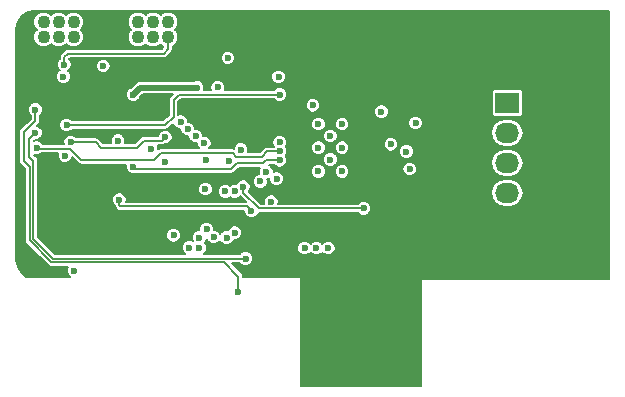
<source format=gbr>
G04 #@! TF.FileFunction,Copper,L3,Inr,Signal*
%FSLAX46Y46*%
G04 Gerber Fmt 4.6, Leading zero omitted, Abs format (unit mm)*
G04 Created by KiCad (PCBNEW 4.0.6-e0-6349~53~ubuntu14.04.1) date Fri Apr 14 13:42:04 2017*
%MOMM*%
%LPD*%
G01*
G04 APERTURE LIST*
%ADD10C,0.100000*%
%ADD11C,0.600000*%
%ADD12C,1.100000*%
%ADD13R,2.032000X1.727200*%
%ADD14O,2.032000X1.727200*%
%ADD15C,0.500000*%
%ADD16C,0.150000*%
%ADD17C,0.200000*%
G04 APERTURE END LIST*
D10*
D11*
X152000000Y-83000000D03*
X152000000Y-81000000D03*
X153000000Y-84000000D03*
X151000000Y-84000000D03*
X153000000Y-82000000D03*
X151000000Y-82000000D03*
X153000000Y-80000000D03*
X151000000Y-80000000D03*
X143425000Y-83150000D03*
X144425000Y-82150000D03*
D12*
X138270000Y-72635000D03*
X138270000Y-71365000D03*
X137000000Y-72635000D03*
X137000000Y-71365000D03*
X135730000Y-72635000D03*
X135730000Y-71365000D03*
X130270000Y-72635000D03*
X130270000Y-71365000D03*
X129000000Y-72635000D03*
X129000000Y-71365000D03*
X127730000Y-72635000D03*
X127730000Y-71365000D03*
D13*
X167000000Y-78190000D03*
D14*
X167000000Y-80730000D03*
X167000000Y-83270000D03*
X167000000Y-85810000D03*
D11*
X129525000Y-82700000D03*
X149825000Y-90500000D03*
X143325000Y-74400000D03*
X147450000Y-84625000D03*
X135325000Y-77500000D03*
X140725000Y-76900000D03*
X138025000Y-83200000D03*
X151825000Y-90500000D03*
X150825000Y-90500000D03*
X140925000Y-90450000D03*
X139925000Y-80400000D03*
X140075000Y-90450000D03*
X139325000Y-79800000D03*
X143925000Y-89200000D03*
X143925000Y-85700000D03*
X143225000Y-89600000D03*
X143125000Y-85700000D03*
X158650000Y-85525000D03*
X158650000Y-87050000D03*
X158650000Y-86300000D03*
X134225000Y-90175000D03*
X156350000Y-84275000D03*
X156300000Y-79725000D03*
X142125000Y-89550000D03*
X141450000Y-83075000D03*
X141525000Y-88900000D03*
X141425000Y-85500000D03*
X138725000Y-89400000D03*
X141325000Y-81600000D03*
X156325000Y-78950000D03*
X147000000Y-86575000D03*
X159225000Y-79900000D03*
X157125000Y-81700000D03*
X158450000Y-82325000D03*
X158725000Y-83800000D03*
X144625000Y-85300000D03*
X154825000Y-87125000D03*
X150525000Y-78400000D03*
X147625000Y-76000000D03*
X142475000Y-76875000D03*
X146575000Y-84025000D03*
X129475000Y-74950000D03*
X138025000Y-81100000D03*
X130025000Y-81500000D03*
X136825000Y-82100000D03*
X129400000Y-75975000D03*
X132775000Y-75075000D03*
X147725000Y-83050000D03*
X135325000Y-83600000D03*
X147725000Y-82300000D03*
X127125000Y-82000000D03*
X129675000Y-80075000D03*
X147725000Y-77500000D03*
X147725000Y-81550000D03*
X140600000Y-81000000D03*
X130300000Y-92400000D03*
X140925000Y-89600000D03*
X144225000Y-94225000D03*
X127025000Y-78775000D03*
X145325000Y-87350000D03*
X134125000Y-86400000D03*
X134025000Y-81400000D03*
X144825000Y-91375000D03*
X127025000Y-80725000D03*
X146075000Y-84850000D03*
D15*
X140725000Y-76900000D02*
X135925000Y-76900000D01*
X135925000Y-76900000D02*
X135325000Y-77500000D01*
D16*
X154825000Y-87125000D02*
X145950000Y-87125000D01*
X144625000Y-85800000D02*
X144625000Y-85300000D01*
X145950000Y-87125000D02*
X144625000Y-85800000D01*
X129475000Y-74950000D02*
X129475000Y-74350000D01*
X138270000Y-73655000D02*
X138270000Y-72635000D01*
X137900000Y-74025000D02*
X138270000Y-73655000D01*
X129800000Y-74025000D02*
X137900000Y-74025000D01*
X129475000Y-74350000D02*
X129800000Y-74025000D01*
X132125000Y-81500000D02*
X132625000Y-82000000D01*
X132625000Y-82000000D02*
X135625000Y-82000000D01*
X135625000Y-82000000D02*
X136225000Y-81400000D01*
X136225000Y-81400000D02*
X137725000Y-81400000D01*
X137725000Y-81400000D02*
X138025000Y-81100000D01*
X130025000Y-81500000D02*
X132125000Y-81500000D01*
X147725000Y-83050000D02*
X146575000Y-83050000D01*
X135525000Y-83800000D02*
X135325000Y-83600000D01*
X143625000Y-83800000D02*
X135525000Y-83800000D01*
X144125000Y-83300000D02*
X143625000Y-83800000D01*
X146325000Y-83300000D02*
X144125000Y-83300000D01*
X146575000Y-83050000D02*
X146325000Y-83300000D01*
X147725000Y-82300000D02*
X146625000Y-82300000D01*
X127200000Y-82075000D02*
X127125000Y-82000000D01*
X129975000Y-82075000D02*
X127200000Y-82075000D01*
X130925000Y-83025000D02*
X129975000Y-82075000D01*
X137100000Y-83025000D02*
X130925000Y-83025000D01*
X137675000Y-82450000D02*
X137100000Y-83025000D01*
X143750000Y-82450000D02*
X137675000Y-82450000D01*
X144050000Y-82750000D02*
X143750000Y-82450000D01*
X146175000Y-82750000D02*
X144050000Y-82750000D01*
X146625000Y-82300000D02*
X146175000Y-82750000D01*
X132000000Y-80075000D02*
X129675000Y-80075000D01*
X131950000Y-80075000D02*
X132000000Y-80075000D01*
X132000000Y-80075000D02*
X138025000Y-80075000D01*
X139825000Y-77500000D02*
X147725000Y-77500000D01*
X139175000Y-77500000D02*
X139825000Y-77500000D01*
X138725000Y-77950000D02*
X139175000Y-77500000D01*
X138725000Y-79375000D02*
X138725000Y-77950000D01*
X138025000Y-80075000D02*
X138725000Y-79375000D01*
X144225000Y-94225000D02*
X144225000Y-92900000D01*
X127025000Y-79700000D02*
X127025000Y-78775000D01*
X126025000Y-80700000D02*
X127025000Y-79700000D01*
X126025000Y-83125000D02*
X126025000Y-80700000D01*
X126549998Y-83649998D02*
X126025000Y-83125000D01*
X126549998Y-89849264D02*
X126549998Y-83649998D01*
X128375736Y-91675002D02*
X126549998Y-89849264D01*
X143000002Y-91675002D02*
X128375736Y-91675002D01*
X144225000Y-92900000D02*
X143000002Y-91675002D01*
X145325000Y-87350000D02*
X145325000Y-87300000D01*
X145325000Y-87300000D02*
X144975000Y-86950000D01*
X144975000Y-86950000D02*
X134225000Y-86950000D01*
X134225000Y-86950000D02*
X134125000Y-86850000D01*
X134125000Y-86850000D02*
X134125000Y-86400000D01*
X144825000Y-91375000D02*
X128500000Y-91375000D01*
X126500000Y-81250000D02*
X127025000Y-80725000D01*
X126500000Y-82750000D02*
X126500000Y-81250000D01*
X126850000Y-83100000D02*
X126500000Y-82750000D01*
X126850000Y-89725000D02*
X126850000Y-83100000D01*
X128500000Y-91375000D02*
X126850000Y-89725000D01*
D17*
G36*
X175597716Y-70402284D02*
X175605000Y-70438903D01*
X175605000Y-93061097D01*
X175597716Y-93097716D01*
X175586234Y-93100000D01*
X159800000Y-93100000D01*
X159761094Y-93107879D01*
X159728319Y-93130273D01*
X159706839Y-93163654D01*
X159700000Y-93200000D01*
X159700000Y-102200000D01*
X149500000Y-102200000D01*
X149500000Y-93000000D01*
X149492121Y-92961094D01*
X149469727Y-92928319D01*
X149436346Y-92906839D01*
X149400000Y-92900000D01*
X144620000Y-92900000D01*
X144589932Y-92748840D01*
X144504307Y-92620693D01*
X143653614Y-91770000D01*
X144343263Y-91770000D01*
X144473339Y-91900304D01*
X144701133Y-91994893D01*
X144947785Y-91995108D01*
X145175743Y-91900917D01*
X145350304Y-91726661D01*
X145444893Y-91498867D01*
X145445108Y-91252215D01*
X145350917Y-91024257D01*
X145176661Y-90849696D01*
X144948867Y-90755107D01*
X144702215Y-90754892D01*
X144474257Y-90849083D01*
X144343111Y-90980000D01*
X141265861Y-90980000D01*
X141275743Y-90975917D01*
X141450304Y-90801661D01*
X141524580Y-90622785D01*
X149204892Y-90622785D01*
X149299083Y-90850743D01*
X149473339Y-91025304D01*
X149701133Y-91119893D01*
X149947785Y-91120108D01*
X150175743Y-91025917D01*
X150325108Y-90876813D01*
X150473339Y-91025304D01*
X150701133Y-91119893D01*
X150947785Y-91120108D01*
X151175743Y-91025917D01*
X151325108Y-90876813D01*
X151473339Y-91025304D01*
X151701133Y-91119893D01*
X151947785Y-91120108D01*
X152175743Y-91025917D01*
X152350304Y-90851661D01*
X152444893Y-90623867D01*
X152445108Y-90377215D01*
X152350917Y-90149257D01*
X152176661Y-89974696D01*
X151948867Y-89880107D01*
X151702215Y-89879892D01*
X151474257Y-89974083D01*
X151324892Y-90123187D01*
X151176661Y-89974696D01*
X150948867Y-89880107D01*
X150702215Y-89879892D01*
X150474257Y-89974083D01*
X150324892Y-90123187D01*
X150176661Y-89974696D01*
X149948867Y-89880107D01*
X149702215Y-89879892D01*
X149474257Y-89974083D01*
X149299696Y-90148339D01*
X149205107Y-90376133D01*
X149204892Y-90622785D01*
X141524580Y-90622785D01*
X141544893Y-90573867D01*
X141545108Y-90327215D01*
X141450917Y-90099257D01*
X141376813Y-90025023D01*
X141450304Y-89951661D01*
X141535423Y-89746674D01*
X141599083Y-89900743D01*
X141773339Y-90075304D01*
X142001133Y-90169893D01*
X142247785Y-90170108D01*
X142475743Y-90075917D01*
X142650304Y-89901661D01*
X142664588Y-89867260D01*
X142699083Y-89950743D01*
X142873339Y-90125304D01*
X143101133Y-90219893D01*
X143347785Y-90220108D01*
X143575743Y-90125917D01*
X143750304Y-89951661D01*
X143805018Y-89819896D01*
X144047785Y-89820108D01*
X144275743Y-89725917D01*
X144450304Y-89551661D01*
X144544893Y-89323867D01*
X144545108Y-89077215D01*
X144450917Y-88849257D01*
X144276661Y-88674696D01*
X144048867Y-88580107D01*
X143802215Y-88579892D01*
X143574257Y-88674083D01*
X143399696Y-88848339D01*
X143344982Y-88980104D01*
X143102215Y-88979892D01*
X142874257Y-89074083D01*
X142699696Y-89248339D01*
X142685412Y-89282740D01*
X142650917Y-89199257D01*
X142476661Y-89024696D01*
X142248867Y-88930107D01*
X142144975Y-88930016D01*
X142145108Y-88777215D01*
X142050917Y-88549257D01*
X141876661Y-88374696D01*
X141648867Y-88280107D01*
X141402215Y-88279892D01*
X141174257Y-88374083D01*
X140999696Y-88548339D01*
X140905107Y-88776133D01*
X140904929Y-88979982D01*
X140802215Y-88979892D01*
X140574257Y-89074083D01*
X140399696Y-89248339D01*
X140305107Y-89476133D01*
X140304892Y-89722785D01*
X140380380Y-89905478D01*
X140198867Y-89830107D01*
X139952215Y-89829892D01*
X139724257Y-89924083D01*
X139549696Y-90098339D01*
X139455107Y-90326133D01*
X139454892Y-90572785D01*
X139549083Y-90800743D01*
X139723339Y-90975304D01*
X139734648Y-90980000D01*
X128663614Y-90980000D01*
X127245000Y-89561386D01*
X127245000Y-89522785D01*
X138104892Y-89522785D01*
X138199083Y-89750743D01*
X138373339Y-89925304D01*
X138601133Y-90019893D01*
X138847785Y-90020108D01*
X139075743Y-89925917D01*
X139250304Y-89751661D01*
X139344893Y-89523867D01*
X139345108Y-89277215D01*
X139250917Y-89049257D01*
X139076661Y-88874696D01*
X138848867Y-88780107D01*
X138602215Y-88779892D01*
X138374257Y-88874083D01*
X138199696Y-89048339D01*
X138105107Y-89276133D01*
X138104892Y-89522785D01*
X127245000Y-89522785D01*
X127245000Y-86522785D01*
X133504892Y-86522785D01*
X133599083Y-86750743D01*
X133737922Y-86889825D01*
X133760068Y-87001160D01*
X133845693Y-87129307D01*
X133945693Y-87229307D01*
X134073840Y-87314932D01*
X134225000Y-87345000D01*
X144705003Y-87345000D01*
X144704892Y-87472785D01*
X144799083Y-87700743D01*
X144973339Y-87875304D01*
X145201133Y-87969893D01*
X145447785Y-87970108D01*
X145675743Y-87875917D01*
X145850304Y-87701661D01*
X145927588Y-87515542D01*
X145950000Y-87520000D01*
X154343263Y-87520000D01*
X154473339Y-87650304D01*
X154701133Y-87744893D01*
X154947785Y-87745108D01*
X155175743Y-87650917D01*
X155350304Y-87476661D01*
X155444893Y-87248867D01*
X155445108Y-87002215D01*
X155350917Y-86774257D01*
X155176661Y-86599696D01*
X154948867Y-86505107D01*
X154702215Y-86504892D01*
X154474257Y-86599083D01*
X154343111Y-86730000D01*
X147606965Y-86730000D01*
X147619893Y-86698867D01*
X147620108Y-86452215D01*
X147525917Y-86224257D01*
X147351661Y-86049696D01*
X147123867Y-85955107D01*
X146877215Y-85954892D01*
X146649257Y-86049083D01*
X146474696Y-86223339D01*
X146380107Y-86451133D01*
X146379892Y-86697785D01*
X146393203Y-86730000D01*
X146113614Y-86730000D01*
X145193614Y-85810000D01*
X165637826Y-85810000D01*
X165727922Y-86262944D01*
X165984494Y-86646932D01*
X166368482Y-86903504D01*
X166821426Y-86993600D01*
X167178574Y-86993600D01*
X167631518Y-86903504D01*
X168015506Y-86646932D01*
X168272078Y-86262944D01*
X168362174Y-85810000D01*
X168272078Y-85357056D01*
X168015506Y-84973068D01*
X167631518Y-84716496D01*
X167178574Y-84626400D01*
X166821426Y-84626400D01*
X166368482Y-84716496D01*
X165984494Y-84973068D01*
X165727922Y-85357056D01*
X165637826Y-85810000D01*
X145193614Y-85810000D01*
X145092739Y-85709125D01*
X145150304Y-85651661D01*
X145244893Y-85423867D01*
X145245108Y-85177215D01*
X145150917Y-84949257D01*
X144976661Y-84774696D01*
X144748867Y-84680107D01*
X144502215Y-84679892D01*
X144274257Y-84774083D01*
X144099696Y-84948339D01*
X144044982Y-85080104D01*
X143802215Y-85079892D01*
X143574257Y-85174083D01*
X143525067Y-85223187D01*
X143476661Y-85174696D01*
X143248867Y-85080107D01*
X143002215Y-85079892D01*
X142774257Y-85174083D01*
X142599696Y-85348339D01*
X142505107Y-85576133D01*
X142504892Y-85822785D01*
X142599083Y-86050743D01*
X142773339Y-86225304D01*
X143001133Y-86319893D01*
X143247785Y-86320108D01*
X143475743Y-86225917D01*
X143524933Y-86176813D01*
X143573339Y-86225304D01*
X143801133Y-86319893D01*
X144047785Y-86320108D01*
X144275743Y-86225917D01*
X144384118Y-86117732D01*
X144821386Y-86555000D01*
X134731965Y-86555000D01*
X134744893Y-86523867D01*
X134745108Y-86277215D01*
X134650917Y-86049257D01*
X134476661Y-85874696D01*
X134248867Y-85780107D01*
X134002215Y-85779892D01*
X133774257Y-85874083D01*
X133599696Y-86048339D01*
X133505107Y-86276133D01*
X133504892Y-86522785D01*
X127245000Y-86522785D01*
X127245000Y-85622785D01*
X140804892Y-85622785D01*
X140899083Y-85850743D01*
X141073339Y-86025304D01*
X141301133Y-86119893D01*
X141547785Y-86120108D01*
X141775743Y-86025917D01*
X141950304Y-85851661D01*
X142044893Y-85623867D01*
X142045108Y-85377215D01*
X141950917Y-85149257D01*
X141776661Y-84974696D01*
X141548867Y-84880107D01*
X141302215Y-84879892D01*
X141074257Y-84974083D01*
X140899696Y-85148339D01*
X140805107Y-85376133D01*
X140804892Y-85622785D01*
X127245000Y-85622785D01*
X127245000Y-83100000D01*
X127214932Y-82948840D01*
X127129307Y-82820693D01*
X126895000Y-82586386D01*
X126895000Y-82575822D01*
X127001133Y-82619893D01*
X127247785Y-82620108D01*
X127475743Y-82525917D01*
X127531758Y-82470000D01*
X128949178Y-82470000D01*
X128905107Y-82576133D01*
X128904892Y-82822785D01*
X128999083Y-83050743D01*
X129173339Y-83225304D01*
X129401133Y-83319893D01*
X129647785Y-83320108D01*
X129875743Y-83225917D01*
X130050304Y-83051661D01*
X130144893Y-82823867D01*
X130144911Y-82803525D01*
X130645693Y-83304307D01*
X130773840Y-83389932D01*
X130925000Y-83420000D01*
X134728416Y-83420000D01*
X134705107Y-83476133D01*
X134704892Y-83722785D01*
X134799083Y-83950743D01*
X134973339Y-84125304D01*
X135201133Y-84219893D01*
X135447785Y-84220108D01*
X135513896Y-84192791D01*
X135525000Y-84195000D01*
X143625000Y-84195000D01*
X143776160Y-84164932D01*
X143904307Y-84079307D01*
X144288614Y-83695000D01*
X146040702Y-83695000D01*
X145955107Y-83901133D01*
X145954892Y-84147785D01*
X145988831Y-84229924D01*
X145952215Y-84229892D01*
X145724257Y-84324083D01*
X145549696Y-84498339D01*
X145455107Y-84726133D01*
X145454892Y-84972785D01*
X145549083Y-85200743D01*
X145723339Y-85375304D01*
X145951133Y-85469893D01*
X146197785Y-85470108D01*
X146425743Y-85375917D01*
X146600304Y-85201661D01*
X146694893Y-84973867D01*
X146695108Y-84727215D01*
X146661169Y-84645076D01*
X146697785Y-84645108D01*
X146830029Y-84590465D01*
X146829892Y-84747785D01*
X146924083Y-84975743D01*
X147098339Y-85150304D01*
X147326133Y-85244893D01*
X147572785Y-85245108D01*
X147800743Y-85150917D01*
X147975304Y-84976661D01*
X148069893Y-84748867D01*
X148070108Y-84502215D01*
X147975917Y-84274257D01*
X147824710Y-84122785D01*
X150379892Y-84122785D01*
X150474083Y-84350743D01*
X150648339Y-84525304D01*
X150876133Y-84619893D01*
X151122785Y-84620108D01*
X151350743Y-84525917D01*
X151525304Y-84351661D01*
X151619893Y-84123867D01*
X151619893Y-84122785D01*
X152379892Y-84122785D01*
X152474083Y-84350743D01*
X152648339Y-84525304D01*
X152876133Y-84619893D01*
X153122785Y-84620108D01*
X153350743Y-84525917D01*
X153525304Y-84351661D01*
X153619893Y-84123867D01*
X153620068Y-83922785D01*
X158104892Y-83922785D01*
X158199083Y-84150743D01*
X158373339Y-84325304D01*
X158601133Y-84419893D01*
X158847785Y-84420108D01*
X159075743Y-84325917D01*
X159250304Y-84151661D01*
X159344893Y-83923867D01*
X159345108Y-83677215D01*
X159250917Y-83449257D01*
X159076661Y-83274696D01*
X159065352Y-83270000D01*
X165637826Y-83270000D01*
X165727922Y-83722944D01*
X165984494Y-84106932D01*
X166368482Y-84363504D01*
X166821426Y-84453600D01*
X167178574Y-84453600D01*
X167631518Y-84363504D01*
X168015506Y-84106932D01*
X168272078Y-83722944D01*
X168362174Y-83270000D01*
X168272078Y-82817056D01*
X168015506Y-82433068D01*
X167631518Y-82176496D01*
X167178574Y-82086400D01*
X166821426Y-82086400D01*
X166368482Y-82176496D01*
X165984494Y-82433068D01*
X165727922Y-82817056D01*
X165637826Y-83270000D01*
X159065352Y-83270000D01*
X158848867Y-83180107D01*
X158602215Y-83179892D01*
X158374257Y-83274083D01*
X158199696Y-83448339D01*
X158105107Y-83676133D01*
X158104892Y-83922785D01*
X153620068Y-83922785D01*
X153620108Y-83877215D01*
X153525917Y-83649257D01*
X153351661Y-83474696D01*
X153123867Y-83380107D01*
X152877215Y-83379892D01*
X152649257Y-83474083D01*
X152474696Y-83648339D01*
X152380107Y-83876133D01*
X152379892Y-84122785D01*
X151619893Y-84122785D01*
X151620108Y-83877215D01*
X151525917Y-83649257D01*
X151351661Y-83474696D01*
X151123867Y-83380107D01*
X150877215Y-83379892D01*
X150649257Y-83474083D01*
X150474696Y-83648339D01*
X150380107Y-83876133D01*
X150379892Y-84122785D01*
X147824710Y-84122785D01*
X147801661Y-84099696D01*
X147573867Y-84005107D01*
X147327215Y-84004892D01*
X147194971Y-84059535D01*
X147195108Y-83902215D01*
X147100917Y-83674257D01*
X146926661Y-83499696D01*
X146794939Y-83445000D01*
X147243263Y-83445000D01*
X147373339Y-83575304D01*
X147601133Y-83669893D01*
X147847785Y-83670108D01*
X148075743Y-83575917D01*
X148250304Y-83401661D01*
X148344893Y-83173867D01*
X148344937Y-83122785D01*
X151379892Y-83122785D01*
X151474083Y-83350743D01*
X151648339Y-83525304D01*
X151876133Y-83619893D01*
X152122785Y-83620108D01*
X152350743Y-83525917D01*
X152525304Y-83351661D01*
X152619893Y-83123867D01*
X152620108Y-82877215D01*
X152525917Y-82649257D01*
X152351661Y-82474696D01*
X152123867Y-82380107D01*
X151877215Y-82379892D01*
X151649257Y-82474083D01*
X151474696Y-82648339D01*
X151380107Y-82876133D01*
X151379892Y-83122785D01*
X148344937Y-83122785D01*
X148345108Y-82927215D01*
X148250917Y-82699257D01*
X148226813Y-82675111D01*
X148250304Y-82651661D01*
X148344893Y-82423867D01*
X148345108Y-82177215D01*
X148322618Y-82122785D01*
X150379892Y-82122785D01*
X150474083Y-82350743D01*
X150648339Y-82525304D01*
X150876133Y-82619893D01*
X151122785Y-82620108D01*
X151350743Y-82525917D01*
X151525304Y-82351661D01*
X151619893Y-82123867D01*
X151619893Y-82122785D01*
X152379892Y-82122785D01*
X152474083Y-82350743D01*
X152648339Y-82525304D01*
X152876133Y-82619893D01*
X153122785Y-82620108D01*
X153350743Y-82525917D01*
X153429011Y-82447785D01*
X157829892Y-82447785D01*
X157924083Y-82675743D01*
X158098339Y-82850304D01*
X158326133Y-82944893D01*
X158572785Y-82945108D01*
X158800743Y-82850917D01*
X158975304Y-82676661D01*
X159069893Y-82448867D01*
X159070108Y-82202215D01*
X158975917Y-81974257D01*
X158801661Y-81799696D01*
X158573867Y-81705107D01*
X158327215Y-81704892D01*
X158099257Y-81799083D01*
X157924696Y-81973339D01*
X157830107Y-82201133D01*
X157829892Y-82447785D01*
X153429011Y-82447785D01*
X153525304Y-82351661D01*
X153619893Y-82123867D01*
X153620108Y-81877215D01*
X153597618Y-81822785D01*
X156504892Y-81822785D01*
X156599083Y-82050743D01*
X156773339Y-82225304D01*
X157001133Y-82319893D01*
X157247785Y-82320108D01*
X157475743Y-82225917D01*
X157650304Y-82051661D01*
X157744893Y-81823867D01*
X157745108Y-81577215D01*
X157650917Y-81349257D01*
X157476661Y-81174696D01*
X157248867Y-81080107D01*
X157002215Y-81079892D01*
X156774257Y-81174083D01*
X156599696Y-81348339D01*
X156505107Y-81576133D01*
X156504892Y-81822785D01*
X153597618Y-81822785D01*
X153525917Y-81649257D01*
X153351661Y-81474696D01*
X153123867Y-81380107D01*
X152877215Y-81379892D01*
X152649257Y-81474083D01*
X152474696Y-81648339D01*
X152380107Y-81876133D01*
X152379892Y-82122785D01*
X151619893Y-82122785D01*
X151620108Y-81877215D01*
X151525917Y-81649257D01*
X151351661Y-81474696D01*
X151123867Y-81380107D01*
X150877215Y-81379892D01*
X150649257Y-81474083D01*
X150474696Y-81648339D01*
X150380107Y-81876133D01*
X150379892Y-82122785D01*
X148322618Y-82122785D01*
X148250917Y-81949257D01*
X148226813Y-81925111D01*
X148250304Y-81901661D01*
X148344893Y-81673867D01*
X148345108Y-81427215D01*
X148250917Y-81199257D01*
X148174579Y-81122785D01*
X151379892Y-81122785D01*
X151474083Y-81350743D01*
X151648339Y-81525304D01*
X151876133Y-81619893D01*
X152122785Y-81620108D01*
X152350743Y-81525917D01*
X152525304Y-81351661D01*
X152619893Y-81123867D01*
X152620108Y-80877215D01*
X152559280Y-80730000D01*
X165637826Y-80730000D01*
X165727922Y-81182944D01*
X165984494Y-81566932D01*
X166368482Y-81823504D01*
X166821426Y-81913600D01*
X167178574Y-81913600D01*
X167631518Y-81823504D01*
X168015506Y-81566932D01*
X168272078Y-81182944D01*
X168362174Y-80730000D01*
X168272078Y-80277056D01*
X168015506Y-79893068D01*
X167631518Y-79636496D01*
X167178574Y-79546400D01*
X166821426Y-79546400D01*
X166368482Y-79636496D01*
X165984494Y-79893068D01*
X165727922Y-80277056D01*
X165637826Y-80730000D01*
X152559280Y-80730000D01*
X152525917Y-80649257D01*
X152351661Y-80474696D01*
X152123867Y-80380107D01*
X151877215Y-80379892D01*
X151649257Y-80474083D01*
X151474696Y-80648339D01*
X151380107Y-80876133D01*
X151379892Y-81122785D01*
X148174579Y-81122785D01*
X148076661Y-81024696D01*
X147848867Y-80930107D01*
X147602215Y-80929892D01*
X147374257Y-81024083D01*
X147199696Y-81198339D01*
X147105107Y-81426133D01*
X147104892Y-81672785D01*
X147199083Y-81900743D01*
X147203333Y-81905000D01*
X146625000Y-81905000D01*
X146473840Y-81935068D01*
X146345693Y-82020693D01*
X146011386Y-82355000D01*
X145011203Y-82355000D01*
X145044893Y-82273867D01*
X145045108Y-82027215D01*
X144950917Y-81799257D01*
X144776661Y-81624696D01*
X144548867Y-81530107D01*
X144302215Y-81529892D01*
X144074257Y-81624083D01*
X143899696Y-81798339D01*
X143805107Y-82026133D01*
X143805072Y-82065955D01*
X143750000Y-82055000D01*
X141746784Y-82055000D01*
X141850304Y-81951661D01*
X141944893Y-81723867D01*
X141945108Y-81477215D01*
X141850917Y-81249257D01*
X141676661Y-81074696D01*
X141448867Y-80980107D01*
X141220018Y-80979908D01*
X141220108Y-80877215D01*
X141125917Y-80649257D01*
X140951661Y-80474696D01*
X140723867Y-80380107D01*
X140545018Y-80379951D01*
X140545108Y-80277215D01*
X140481299Y-80122785D01*
X150379892Y-80122785D01*
X150474083Y-80350743D01*
X150648339Y-80525304D01*
X150876133Y-80619893D01*
X151122785Y-80620108D01*
X151350743Y-80525917D01*
X151525304Y-80351661D01*
X151619893Y-80123867D01*
X151619893Y-80122785D01*
X152379892Y-80122785D01*
X152474083Y-80350743D01*
X152648339Y-80525304D01*
X152876133Y-80619893D01*
X153122785Y-80620108D01*
X153350743Y-80525917D01*
X153525304Y-80351661D01*
X153619893Y-80123867D01*
X153619981Y-80022785D01*
X158604892Y-80022785D01*
X158699083Y-80250743D01*
X158873339Y-80425304D01*
X159101133Y-80519893D01*
X159347785Y-80520108D01*
X159575743Y-80425917D01*
X159750304Y-80251661D01*
X159844893Y-80023867D01*
X159845108Y-79777215D01*
X159750917Y-79549257D01*
X159576661Y-79374696D01*
X159348867Y-79280107D01*
X159102215Y-79279892D01*
X158874257Y-79374083D01*
X158699696Y-79548339D01*
X158605107Y-79776133D01*
X158604892Y-80022785D01*
X153619981Y-80022785D01*
X153620108Y-79877215D01*
X153525917Y-79649257D01*
X153351661Y-79474696D01*
X153123867Y-79380107D01*
X152877215Y-79379892D01*
X152649257Y-79474083D01*
X152474696Y-79648339D01*
X152380107Y-79876133D01*
X152379892Y-80122785D01*
X151619893Y-80122785D01*
X151620108Y-79877215D01*
X151525917Y-79649257D01*
X151351661Y-79474696D01*
X151123867Y-79380107D01*
X150877215Y-79379892D01*
X150649257Y-79474083D01*
X150474696Y-79648339D01*
X150380107Y-79876133D01*
X150379892Y-80122785D01*
X140481299Y-80122785D01*
X140450917Y-80049257D01*
X140276661Y-79874696D01*
X140048867Y-79780107D01*
X139945018Y-79780016D01*
X139945108Y-79677215D01*
X139850917Y-79449257D01*
X139676661Y-79274696D01*
X139448867Y-79180107D01*
X139202215Y-79179892D01*
X139120000Y-79213863D01*
X139120000Y-79072785D01*
X155704892Y-79072785D01*
X155799083Y-79300743D01*
X155973339Y-79475304D01*
X156201133Y-79569893D01*
X156447785Y-79570108D01*
X156675743Y-79475917D01*
X156850304Y-79301661D01*
X156944893Y-79073867D01*
X156945108Y-78827215D01*
X156850917Y-78599257D01*
X156676661Y-78424696D01*
X156448867Y-78330107D01*
X156202215Y-78329892D01*
X155974257Y-78424083D01*
X155799696Y-78598339D01*
X155705107Y-78826133D01*
X155704892Y-79072785D01*
X139120000Y-79072785D01*
X139120000Y-78522785D01*
X149904892Y-78522785D01*
X149999083Y-78750743D01*
X150173339Y-78925304D01*
X150401133Y-79019893D01*
X150647785Y-79020108D01*
X150875743Y-78925917D01*
X151050304Y-78751661D01*
X151144893Y-78523867D01*
X151145108Y-78277215D01*
X151050917Y-78049257D01*
X150876661Y-77874696D01*
X150648867Y-77780107D01*
X150402215Y-77779892D01*
X150174257Y-77874083D01*
X149999696Y-78048339D01*
X149905107Y-78276133D01*
X149904892Y-78522785D01*
X139120000Y-78522785D01*
X139120000Y-78113614D01*
X139338614Y-77895000D01*
X147243263Y-77895000D01*
X147373339Y-78025304D01*
X147601133Y-78119893D01*
X147847785Y-78120108D01*
X148075743Y-78025917D01*
X148250304Y-77851661D01*
X148344893Y-77623867D01*
X148345108Y-77377215D01*
X148324112Y-77326400D01*
X165657731Y-77326400D01*
X165657731Y-79053600D01*
X165680044Y-79172185D01*
X165750128Y-79281098D01*
X165857063Y-79354164D01*
X165984000Y-79379869D01*
X168016000Y-79379869D01*
X168134585Y-79357556D01*
X168243498Y-79287472D01*
X168316564Y-79180537D01*
X168342269Y-79053600D01*
X168342269Y-77326400D01*
X168319956Y-77207815D01*
X168249872Y-77098902D01*
X168142937Y-77025836D01*
X168016000Y-77000131D01*
X165984000Y-77000131D01*
X165865415Y-77022444D01*
X165756502Y-77092528D01*
X165683436Y-77199463D01*
X165657731Y-77326400D01*
X148324112Y-77326400D01*
X148250917Y-77149257D01*
X148076661Y-76974696D01*
X147848867Y-76880107D01*
X147602215Y-76879892D01*
X147374257Y-76974083D01*
X147243111Y-77105000D01*
X143050822Y-77105000D01*
X143094893Y-76998867D01*
X143095108Y-76752215D01*
X143000917Y-76524257D01*
X142826661Y-76349696D01*
X142598867Y-76255107D01*
X142352215Y-76254892D01*
X142124257Y-76349083D01*
X141949696Y-76523339D01*
X141855107Y-76751133D01*
X141854892Y-76997785D01*
X141899193Y-77105000D01*
X141311203Y-77105000D01*
X141344893Y-77023867D01*
X141345108Y-76777215D01*
X141250917Y-76549257D01*
X141076661Y-76374696D01*
X140848867Y-76280107D01*
X140602215Y-76279892D01*
X140480945Y-76330000D01*
X135925000Y-76330000D01*
X135706870Y-76373389D01*
X135521949Y-76496949D01*
X135094498Y-76924400D01*
X134974257Y-76974083D01*
X134799696Y-77148339D01*
X134705107Y-77376133D01*
X134704892Y-77622785D01*
X134799083Y-77850743D01*
X134973339Y-78025304D01*
X135201133Y-78119893D01*
X135447785Y-78120108D01*
X135675743Y-78025917D01*
X135850304Y-77851661D01*
X135900624Y-77730478D01*
X136161102Y-77470000D01*
X138646386Y-77470000D01*
X138445693Y-77670693D01*
X138360068Y-77798840D01*
X138330000Y-77950000D01*
X138330000Y-79211385D01*
X137861386Y-79680000D01*
X130156737Y-79680000D01*
X130026661Y-79549696D01*
X129798867Y-79455107D01*
X129552215Y-79454892D01*
X129324257Y-79549083D01*
X129149696Y-79723339D01*
X129055107Y-79951133D01*
X129054892Y-80197785D01*
X129149083Y-80425743D01*
X129323339Y-80600304D01*
X129551133Y-80694893D01*
X129797785Y-80695108D01*
X130025743Y-80600917D01*
X130156889Y-80470000D01*
X138025000Y-80470000D01*
X138176160Y-80439932D01*
X138304307Y-80354307D01*
X138713938Y-79944677D01*
X138799083Y-80150743D01*
X138973339Y-80325304D01*
X139201133Y-80419893D01*
X139304982Y-80419984D01*
X139304892Y-80522785D01*
X139399083Y-80750743D01*
X139573339Y-80925304D01*
X139801133Y-81019893D01*
X139979982Y-81020049D01*
X139979892Y-81122785D01*
X140074083Y-81350743D01*
X140248339Y-81525304D01*
X140476133Y-81619893D01*
X140704982Y-81620092D01*
X140704892Y-81722785D01*
X140799083Y-81950743D01*
X140903158Y-82055000D01*
X137675000Y-82055000D01*
X137523840Y-82085068D01*
X137444968Y-82137768D01*
X137445108Y-81977215D01*
X137369818Y-81795000D01*
X137725000Y-81795000D01*
X137876160Y-81764932D01*
X137943510Y-81719930D01*
X138147785Y-81720108D01*
X138375743Y-81625917D01*
X138550304Y-81451661D01*
X138644893Y-81223867D01*
X138645108Y-80977215D01*
X138550917Y-80749257D01*
X138376661Y-80574696D01*
X138148867Y-80480107D01*
X137902215Y-80479892D01*
X137674257Y-80574083D01*
X137499696Y-80748339D01*
X137405107Y-80976133D01*
X137405082Y-81005000D01*
X136225000Y-81005000D01*
X136073840Y-81035068D01*
X135945693Y-81120693D01*
X135461386Y-81605000D01*
X134611203Y-81605000D01*
X134644893Y-81523867D01*
X134645108Y-81277215D01*
X134550917Y-81049257D01*
X134376661Y-80874696D01*
X134148867Y-80780107D01*
X133902215Y-80779892D01*
X133674257Y-80874083D01*
X133499696Y-81048339D01*
X133405107Y-81276133D01*
X133404892Y-81522785D01*
X133438863Y-81605000D01*
X132788614Y-81605000D01*
X132404307Y-81220693D01*
X132276160Y-81135068D01*
X132125000Y-81105000D01*
X130506737Y-81105000D01*
X130376661Y-80974696D01*
X130148867Y-80880107D01*
X129902215Y-80879892D01*
X129674257Y-80974083D01*
X129499696Y-81148339D01*
X129405107Y-81376133D01*
X129404892Y-81622785D01*
X129428533Y-81680000D01*
X127663620Y-81680000D01*
X127650917Y-81649257D01*
X127476661Y-81474696D01*
X127248867Y-81380107D01*
X127002215Y-81379892D01*
X126895000Y-81424193D01*
X126895000Y-81413614D01*
X126963666Y-81344948D01*
X127147785Y-81345108D01*
X127375743Y-81250917D01*
X127550304Y-81076661D01*
X127644893Y-80848867D01*
X127645108Y-80602215D01*
X127550917Y-80374257D01*
X127376661Y-80199696D01*
X127169810Y-80113804D01*
X127304307Y-79979307D01*
X127323132Y-79951133D01*
X127389932Y-79851160D01*
X127420000Y-79700000D01*
X127420000Y-79256737D01*
X127550304Y-79126661D01*
X127644893Y-78898867D01*
X127645108Y-78652215D01*
X127550917Y-78424257D01*
X127376661Y-78249696D01*
X127148867Y-78155107D01*
X126902215Y-78154892D01*
X126674257Y-78249083D01*
X126499696Y-78423339D01*
X126405107Y-78651133D01*
X126404892Y-78897785D01*
X126499083Y-79125743D01*
X126630000Y-79256889D01*
X126630000Y-79536386D01*
X125745693Y-80420693D01*
X125660068Y-80548840D01*
X125630000Y-80700000D01*
X125630000Y-83125000D01*
X125660068Y-83276160D01*
X125745693Y-83404307D01*
X126154998Y-83813612D01*
X126154998Y-89849264D01*
X126185066Y-90000424D01*
X126270691Y-90128571D01*
X128096429Y-91954309D01*
X128224576Y-92039934D01*
X128375736Y-92070002D01*
X129765701Y-92070002D01*
X129680107Y-92276133D01*
X129679892Y-92522785D01*
X129774083Y-92750743D01*
X129923079Y-92900000D01*
X126275496Y-92900000D01*
X125870565Y-92629435D01*
X125524323Y-92111245D01*
X125395000Y-91461096D01*
X125395000Y-76097785D01*
X128779892Y-76097785D01*
X128874083Y-76325743D01*
X129048339Y-76500304D01*
X129276133Y-76594893D01*
X129522785Y-76595108D01*
X129750743Y-76500917D01*
X129925304Y-76326661D01*
X130009961Y-76122785D01*
X147004892Y-76122785D01*
X147099083Y-76350743D01*
X147273339Y-76525304D01*
X147501133Y-76619893D01*
X147747785Y-76620108D01*
X147975743Y-76525917D01*
X148150304Y-76351661D01*
X148244893Y-76123867D01*
X148245108Y-75877215D01*
X148150917Y-75649257D01*
X147976661Y-75474696D01*
X147748867Y-75380107D01*
X147502215Y-75379892D01*
X147274257Y-75474083D01*
X147099696Y-75648339D01*
X147005107Y-75876133D01*
X147004892Y-76122785D01*
X130009961Y-76122785D01*
X130019893Y-76098867D01*
X130020108Y-75852215D01*
X129925917Y-75624257D01*
X129791826Y-75489931D01*
X129825743Y-75475917D01*
X130000304Y-75301661D01*
X130043437Y-75197785D01*
X132154892Y-75197785D01*
X132249083Y-75425743D01*
X132423339Y-75600304D01*
X132651133Y-75694893D01*
X132897785Y-75695108D01*
X133125743Y-75600917D01*
X133300304Y-75426661D01*
X133394893Y-75198867D01*
X133395108Y-74952215D01*
X133300917Y-74724257D01*
X133126661Y-74549696D01*
X133061853Y-74522785D01*
X142704892Y-74522785D01*
X142799083Y-74750743D01*
X142973339Y-74925304D01*
X143201133Y-75019893D01*
X143447785Y-75020108D01*
X143675743Y-74925917D01*
X143850304Y-74751661D01*
X143944893Y-74523867D01*
X143945108Y-74277215D01*
X143850917Y-74049257D01*
X143676661Y-73874696D01*
X143448867Y-73780107D01*
X143202215Y-73779892D01*
X142974257Y-73874083D01*
X142799696Y-74048339D01*
X142705107Y-74276133D01*
X142704892Y-74522785D01*
X133061853Y-74522785D01*
X132898867Y-74455107D01*
X132652215Y-74454892D01*
X132424257Y-74549083D01*
X132249696Y-74723339D01*
X132155107Y-74951133D01*
X132154892Y-75197785D01*
X130043437Y-75197785D01*
X130094893Y-75073867D01*
X130095108Y-74827215D01*
X130000917Y-74599257D01*
X129892732Y-74490882D01*
X129963614Y-74420000D01*
X137900000Y-74420000D01*
X138051160Y-74389932D01*
X138179307Y-74304307D01*
X138549307Y-73934307D01*
X138634932Y-73806160D01*
X138665000Y-73655000D01*
X138665000Y-73413130D01*
X138762171Y-73372980D01*
X139007120Y-73128459D01*
X139139848Y-72808813D01*
X139140150Y-72462706D01*
X139007980Y-72142829D01*
X138865366Y-71999965D01*
X139007120Y-71858459D01*
X139139848Y-71538813D01*
X139140150Y-71192706D01*
X139007980Y-70872829D01*
X138763459Y-70627880D01*
X138443813Y-70495152D01*
X138097706Y-70494850D01*
X137777829Y-70627020D01*
X137634965Y-70769634D01*
X137493459Y-70627880D01*
X137173813Y-70495152D01*
X136827706Y-70494850D01*
X136507829Y-70627020D01*
X136364965Y-70769634D01*
X136223459Y-70627880D01*
X135903813Y-70495152D01*
X135557706Y-70494850D01*
X135237829Y-70627020D01*
X134992880Y-70871541D01*
X134860152Y-71191187D01*
X134859850Y-71537294D01*
X134992020Y-71857171D01*
X135134634Y-72000035D01*
X134992880Y-72141541D01*
X134860152Y-72461187D01*
X134859850Y-72807294D01*
X134992020Y-73127171D01*
X135236541Y-73372120D01*
X135556187Y-73504848D01*
X135902294Y-73505150D01*
X136222171Y-73372980D01*
X136365035Y-73230366D01*
X136506541Y-73372120D01*
X136826187Y-73504848D01*
X137172294Y-73505150D01*
X137492171Y-73372980D01*
X137635035Y-73230366D01*
X137776541Y-73372120D01*
X137875000Y-73413004D01*
X137875000Y-73491386D01*
X137736386Y-73630000D01*
X129800000Y-73630000D01*
X129648840Y-73660068D01*
X129520693Y-73745693D01*
X129195693Y-74070693D01*
X129110068Y-74198840D01*
X129080000Y-74350000D01*
X129080000Y-74468263D01*
X128949696Y-74598339D01*
X128855107Y-74826133D01*
X128854892Y-75072785D01*
X128949083Y-75300743D01*
X129083174Y-75435069D01*
X129049257Y-75449083D01*
X128874696Y-75623339D01*
X128780107Y-75851133D01*
X128779892Y-76097785D01*
X125395000Y-76097785D01*
X125395000Y-72038904D01*
X125494776Y-71537294D01*
X126859850Y-71537294D01*
X126992020Y-71857171D01*
X127134634Y-72000035D01*
X126992880Y-72141541D01*
X126860152Y-72461187D01*
X126859850Y-72807294D01*
X126992020Y-73127171D01*
X127236541Y-73372120D01*
X127556187Y-73504848D01*
X127902294Y-73505150D01*
X128222171Y-73372980D01*
X128365035Y-73230366D01*
X128506541Y-73372120D01*
X128826187Y-73504848D01*
X129172294Y-73505150D01*
X129492171Y-73372980D01*
X129635035Y-73230366D01*
X129776541Y-73372120D01*
X130096187Y-73504848D01*
X130442294Y-73505150D01*
X130762171Y-73372980D01*
X131007120Y-73128459D01*
X131139848Y-72808813D01*
X131140150Y-72462706D01*
X131007980Y-72142829D01*
X130865366Y-71999965D01*
X131007120Y-71858459D01*
X131139848Y-71538813D01*
X131140150Y-71192706D01*
X131007980Y-70872829D01*
X130763459Y-70627880D01*
X130443813Y-70495152D01*
X130097706Y-70494850D01*
X129777829Y-70627020D01*
X129634965Y-70769634D01*
X129493459Y-70627880D01*
X129173813Y-70495152D01*
X128827706Y-70494850D01*
X128507829Y-70627020D01*
X128364965Y-70769634D01*
X128223459Y-70627880D01*
X127903813Y-70495152D01*
X127557706Y-70494850D01*
X127237829Y-70627020D01*
X126992880Y-70871541D01*
X126860152Y-71191187D01*
X126859850Y-71537294D01*
X125494776Y-71537294D01*
X125524323Y-71388755D01*
X125870565Y-70870565D01*
X126388755Y-70524323D01*
X127038903Y-70395000D01*
X175561098Y-70395000D01*
X175597716Y-70402284D01*
X175597716Y-70402284D01*
G37*
X175597716Y-70402284D02*
X175605000Y-70438903D01*
X175605000Y-93061097D01*
X175597716Y-93097716D01*
X175586234Y-93100000D01*
X159800000Y-93100000D01*
X159761094Y-93107879D01*
X159728319Y-93130273D01*
X159706839Y-93163654D01*
X159700000Y-93200000D01*
X159700000Y-102200000D01*
X149500000Y-102200000D01*
X149500000Y-93000000D01*
X149492121Y-92961094D01*
X149469727Y-92928319D01*
X149436346Y-92906839D01*
X149400000Y-92900000D01*
X144620000Y-92900000D01*
X144589932Y-92748840D01*
X144504307Y-92620693D01*
X143653614Y-91770000D01*
X144343263Y-91770000D01*
X144473339Y-91900304D01*
X144701133Y-91994893D01*
X144947785Y-91995108D01*
X145175743Y-91900917D01*
X145350304Y-91726661D01*
X145444893Y-91498867D01*
X145445108Y-91252215D01*
X145350917Y-91024257D01*
X145176661Y-90849696D01*
X144948867Y-90755107D01*
X144702215Y-90754892D01*
X144474257Y-90849083D01*
X144343111Y-90980000D01*
X141265861Y-90980000D01*
X141275743Y-90975917D01*
X141450304Y-90801661D01*
X141524580Y-90622785D01*
X149204892Y-90622785D01*
X149299083Y-90850743D01*
X149473339Y-91025304D01*
X149701133Y-91119893D01*
X149947785Y-91120108D01*
X150175743Y-91025917D01*
X150325108Y-90876813D01*
X150473339Y-91025304D01*
X150701133Y-91119893D01*
X150947785Y-91120108D01*
X151175743Y-91025917D01*
X151325108Y-90876813D01*
X151473339Y-91025304D01*
X151701133Y-91119893D01*
X151947785Y-91120108D01*
X152175743Y-91025917D01*
X152350304Y-90851661D01*
X152444893Y-90623867D01*
X152445108Y-90377215D01*
X152350917Y-90149257D01*
X152176661Y-89974696D01*
X151948867Y-89880107D01*
X151702215Y-89879892D01*
X151474257Y-89974083D01*
X151324892Y-90123187D01*
X151176661Y-89974696D01*
X150948867Y-89880107D01*
X150702215Y-89879892D01*
X150474257Y-89974083D01*
X150324892Y-90123187D01*
X150176661Y-89974696D01*
X149948867Y-89880107D01*
X149702215Y-89879892D01*
X149474257Y-89974083D01*
X149299696Y-90148339D01*
X149205107Y-90376133D01*
X149204892Y-90622785D01*
X141524580Y-90622785D01*
X141544893Y-90573867D01*
X141545108Y-90327215D01*
X141450917Y-90099257D01*
X141376813Y-90025023D01*
X141450304Y-89951661D01*
X141535423Y-89746674D01*
X141599083Y-89900743D01*
X141773339Y-90075304D01*
X142001133Y-90169893D01*
X142247785Y-90170108D01*
X142475743Y-90075917D01*
X142650304Y-89901661D01*
X142664588Y-89867260D01*
X142699083Y-89950743D01*
X142873339Y-90125304D01*
X143101133Y-90219893D01*
X143347785Y-90220108D01*
X143575743Y-90125917D01*
X143750304Y-89951661D01*
X143805018Y-89819896D01*
X144047785Y-89820108D01*
X144275743Y-89725917D01*
X144450304Y-89551661D01*
X144544893Y-89323867D01*
X144545108Y-89077215D01*
X144450917Y-88849257D01*
X144276661Y-88674696D01*
X144048867Y-88580107D01*
X143802215Y-88579892D01*
X143574257Y-88674083D01*
X143399696Y-88848339D01*
X143344982Y-88980104D01*
X143102215Y-88979892D01*
X142874257Y-89074083D01*
X142699696Y-89248339D01*
X142685412Y-89282740D01*
X142650917Y-89199257D01*
X142476661Y-89024696D01*
X142248867Y-88930107D01*
X142144975Y-88930016D01*
X142145108Y-88777215D01*
X142050917Y-88549257D01*
X141876661Y-88374696D01*
X141648867Y-88280107D01*
X141402215Y-88279892D01*
X141174257Y-88374083D01*
X140999696Y-88548339D01*
X140905107Y-88776133D01*
X140904929Y-88979982D01*
X140802215Y-88979892D01*
X140574257Y-89074083D01*
X140399696Y-89248339D01*
X140305107Y-89476133D01*
X140304892Y-89722785D01*
X140380380Y-89905478D01*
X140198867Y-89830107D01*
X139952215Y-89829892D01*
X139724257Y-89924083D01*
X139549696Y-90098339D01*
X139455107Y-90326133D01*
X139454892Y-90572785D01*
X139549083Y-90800743D01*
X139723339Y-90975304D01*
X139734648Y-90980000D01*
X128663614Y-90980000D01*
X127245000Y-89561386D01*
X127245000Y-89522785D01*
X138104892Y-89522785D01*
X138199083Y-89750743D01*
X138373339Y-89925304D01*
X138601133Y-90019893D01*
X138847785Y-90020108D01*
X139075743Y-89925917D01*
X139250304Y-89751661D01*
X139344893Y-89523867D01*
X139345108Y-89277215D01*
X139250917Y-89049257D01*
X139076661Y-88874696D01*
X138848867Y-88780107D01*
X138602215Y-88779892D01*
X138374257Y-88874083D01*
X138199696Y-89048339D01*
X138105107Y-89276133D01*
X138104892Y-89522785D01*
X127245000Y-89522785D01*
X127245000Y-86522785D01*
X133504892Y-86522785D01*
X133599083Y-86750743D01*
X133737922Y-86889825D01*
X133760068Y-87001160D01*
X133845693Y-87129307D01*
X133945693Y-87229307D01*
X134073840Y-87314932D01*
X134225000Y-87345000D01*
X144705003Y-87345000D01*
X144704892Y-87472785D01*
X144799083Y-87700743D01*
X144973339Y-87875304D01*
X145201133Y-87969893D01*
X145447785Y-87970108D01*
X145675743Y-87875917D01*
X145850304Y-87701661D01*
X145927588Y-87515542D01*
X145950000Y-87520000D01*
X154343263Y-87520000D01*
X154473339Y-87650304D01*
X154701133Y-87744893D01*
X154947785Y-87745108D01*
X155175743Y-87650917D01*
X155350304Y-87476661D01*
X155444893Y-87248867D01*
X155445108Y-87002215D01*
X155350917Y-86774257D01*
X155176661Y-86599696D01*
X154948867Y-86505107D01*
X154702215Y-86504892D01*
X154474257Y-86599083D01*
X154343111Y-86730000D01*
X147606965Y-86730000D01*
X147619893Y-86698867D01*
X147620108Y-86452215D01*
X147525917Y-86224257D01*
X147351661Y-86049696D01*
X147123867Y-85955107D01*
X146877215Y-85954892D01*
X146649257Y-86049083D01*
X146474696Y-86223339D01*
X146380107Y-86451133D01*
X146379892Y-86697785D01*
X146393203Y-86730000D01*
X146113614Y-86730000D01*
X145193614Y-85810000D01*
X165637826Y-85810000D01*
X165727922Y-86262944D01*
X165984494Y-86646932D01*
X166368482Y-86903504D01*
X166821426Y-86993600D01*
X167178574Y-86993600D01*
X167631518Y-86903504D01*
X168015506Y-86646932D01*
X168272078Y-86262944D01*
X168362174Y-85810000D01*
X168272078Y-85357056D01*
X168015506Y-84973068D01*
X167631518Y-84716496D01*
X167178574Y-84626400D01*
X166821426Y-84626400D01*
X166368482Y-84716496D01*
X165984494Y-84973068D01*
X165727922Y-85357056D01*
X165637826Y-85810000D01*
X145193614Y-85810000D01*
X145092739Y-85709125D01*
X145150304Y-85651661D01*
X145244893Y-85423867D01*
X145245108Y-85177215D01*
X145150917Y-84949257D01*
X144976661Y-84774696D01*
X144748867Y-84680107D01*
X144502215Y-84679892D01*
X144274257Y-84774083D01*
X144099696Y-84948339D01*
X144044982Y-85080104D01*
X143802215Y-85079892D01*
X143574257Y-85174083D01*
X143525067Y-85223187D01*
X143476661Y-85174696D01*
X143248867Y-85080107D01*
X143002215Y-85079892D01*
X142774257Y-85174083D01*
X142599696Y-85348339D01*
X142505107Y-85576133D01*
X142504892Y-85822785D01*
X142599083Y-86050743D01*
X142773339Y-86225304D01*
X143001133Y-86319893D01*
X143247785Y-86320108D01*
X143475743Y-86225917D01*
X143524933Y-86176813D01*
X143573339Y-86225304D01*
X143801133Y-86319893D01*
X144047785Y-86320108D01*
X144275743Y-86225917D01*
X144384118Y-86117732D01*
X144821386Y-86555000D01*
X134731965Y-86555000D01*
X134744893Y-86523867D01*
X134745108Y-86277215D01*
X134650917Y-86049257D01*
X134476661Y-85874696D01*
X134248867Y-85780107D01*
X134002215Y-85779892D01*
X133774257Y-85874083D01*
X133599696Y-86048339D01*
X133505107Y-86276133D01*
X133504892Y-86522785D01*
X127245000Y-86522785D01*
X127245000Y-85622785D01*
X140804892Y-85622785D01*
X140899083Y-85850743D01*
X141073339Y-86025304D01*
X141301133Y-86119893D01*
X141547785Y-86120108D01*
X141775743Y-86025917D01*
X141950304Y-85851661D01*
X142044893Y-85623867D01*
X142045108Y-85377215D01*
X141950917Y-85149257D01*
X141776661Y-84974696D01*
X141548867Y-84880107D01*
X141302215Y-84879892D01*
X141074257Y-84974083D01*
X140899696Y-85148339D01*
X140805107Y-85376133D01*
X140804892Y-85622785D01*
X127245000Y-85622785D01*
X127245000Y-83100000D01*
X127214932Y-82948840D01*
X127129307Y-82820693D01*
X126895000Y-82586386D01*
X126895000Y-82575822D01*
X127001133Y-82619893D01*
X127247785Y-82620108D01*
X127475743Y-82525917D01*
X127531758Y-82470000D01*
X128949178Y-82470000D01*
X128905107Y-82576133D01*
X128904892Y-82822785D01*
X128999083Y-83050743D01*
X129173339Y-83225304D01*
X129401133Y-83319893D01*
X129647785Y-83320108D01*
X129875743Y-83225917D01*
X130050304Y-83051661D01*
X130144893Y-82823867D01*
X130144911Y-82803525D01*
X130645693Y-83304307D01*
X130773840Y-83389932D01*
X130925000Y-83420000D01*
X134728416Y-83420000D01*
X134705107Y-83476133D01*
X134704892Y-83722785D01*
X134799083Y-83950743D01*
X134973339Y-84125304D01*
X135201133Y-84219893D01*
X135447785Y-84220108D01*
X135513896Y-84192791D01*
X135525000Y-84195000D01*
X143625000Y-84195000D01*
X143776160Y-84164932D01*
X143904307Y-84079307D01*
X144288614Y-83695000D01*
X146040702Y-83695000D01*
X145955107Y-83901133D01*
X145954892Y-84147785D01*
X145988831Y-84229924D01*
X145952215Y-84229892D01*
X145724257Y-84324083D01*
X145549696Y-84498339D01*
X145455107Y-84726133D01*
X145454892Y-84972785D01*
X145549083Y-85200743D01*
X145723339Y-85375304D01*
X145951133Y-85469893D01*
X146197785Y-85470108D01*
X146425743Y-85375917D01*
X146600304Y-85201661D01*
X146694893Y-84973867D01*
X146695108Y-84727215D01*
X146661169Y-84645076D01*
X146697785Y-84645108D01*
X146830029Y-84590465D01*
X146829892Y-84747785D01*
X146924083Y-84975743D01*
X147098339Y-85150304D01*
X147326133Y-85244893D01*
X147572785Y-85245108D01*
X147800743Y-85150917D01*
X147975304Y-84976661D01*
X148069893Y-84748867D01*
X148070108Y-84502215D01*
X147975917Y-84274257D01*
X147824710Y-84122785D01*
X150379892Y-84122785D01*
X150474083Y-84350743D01*
X150648339Y-84525304D01*
X150876133Y-84619893D01*
X151122785Y-84620108D01*
X151350743Y-84525917D01*
X151525304Y-84351661D01*
X151619893Y-84123867D01*
X151619893Y-84122785D01*
X152379892Y-84122785D01*
X152474083Y-84350743D01*
X152648339Y-84525304D01*
X152876133Y-84619893D01*
X153122785Y-84620108D01*
X153350743Y-84525917D01*
X153525304Y-84351661D01*
X153619893Y-84123867D01*
X153620068Y-83922785D01*
X158104892Y-83922785D01*
X158199083Y-84150743D01*
X158373339Y-84325304D01*
X158601133Y-84419893D01*
X158847785Y-84420108D01*
X159075743Y-84325917D01*
X159250304Y-84151661D01*
X159344893Y-83923867D01*
X159345108Y-83677215D01*
X159250917Y-83449257D01*
X159076661Y-83274696D01*
X159065352Y-83270000D01*
X165637826Y-83270000D01*
X165727922Y-83722944D01*
X165984494Y-84106932D01*
X166368482Y-84363504D01*
X166821426Y-84453600D01*
X167178574Y-84453600D01*
X167631518Y-84363504D01*
X168015506Y-84106932D01*
X168272078Y-83722944D01*
X168362174Y-83270000D01*
X168272078Y-82817056D01*
X168015506Y-82433068D01*
X167631518Y-82176496D01*
X167178574Y-82086400D01*
X166821426Y-82086400D01*
X166368482Y-82176496D01*
X165984494Y-82433068D01*
X165727922Y-82817056D01*
X165637826Y-83270000D01*
X159065352Y-83270000D01*
X158848867Y-83180107D01*
X158602215Y-83179892D01*
X158374257Y-83274083D01*
X158199696Y-83448339D01*
X158105107Y-83676133D01*
X158104892Y-83922785D01*
X153620068Y-83922785D01*
X153620108Y-83877215D01*
X153525917Y-83649257D01*
X153351661Y-83474696D01*
X153123867Y-83380107D01*
X152877215Y-83379892D01*
X152649257Y-83474083D01*
X152474696Y-83648339D01*
X152380107Y-83876133D01*
X152379892Y-84122785D01*
X151619893Y-84122785D01*
X151620108Y-83877215D01*
X151525917Y-83649257D01*
X151351661Y-83474696D01*
X151123867Y-83380107D01*
X150877215Y-83379892D01*
X150649257Y-83474083D01*
X150474696Y-83648339D01*
X150380107Y-83876133D01*
X150379892Y-84122785D01*
X147824710Y-84122785D01*
X147801661Y-84099696D01*
X147573867Y-84005107D01*
X147327215Y-84004892D01*
X147194971Y-84059535D01*
X147195108Y-83902215D01*
X147100917Y-83674257D01*
X146926661Y-83499696D01*
X146794939Y-83445000D01*
X147243263Y-83445000D01*
X147373339Y-83575304D01*
X147601133Y-83669893D01*
X147847785Y-83670108D01*
X148075743Y-83575917D01*
X148250304Y-83401661D01*
X148344893Y-83173867D01*
X148344937Y-83122785D01*
X151379892Y-83122785D01*
X151474083Y-83350743D01*
X151648339Y-83525304D01*
X151876133Y-83619893D01*
X152122785Y-83620108D01*
X152350743Y-83525917D01*
X152525304Y-83351661D01*
X152619893Y-83123867D01*
X152620108Y-82877215D01*
X152525917Y-82649257D01*
X152351661Y-82474696D01*
X152123867Y-82380107D01*
X151877215Y-82379892D01*
X151649257Y-82474083D01*
X151474696Y-82648339D01*
X151380107Y-82876133D01*
X151379892Y-83122785D01*
X148344937Y-83122785D01*
X148345108Y-82927215D01*
X148250917Y-82699257D01*
X148226813Y-82675111D01*
X148250304Y-82651661D01*
X148344893Y-82423867D01*
X148345108Y-82177215D01*
X148322618Y-82122785D01*
X150379892Y-82122785D01*
X150474083Y-82350743D01*
X150648339Y-82525304D01*
X150876133Y-82619893D01*
X151122785Y-82620108D01*
X151350743Y-82525917D01*
X151525304Y-82351661D01*
X151619893Y-82123867D01*
X151619893Y-82122785D01*
X152379892Y-82122785D01*
X152474083Y-82350743D01*
X152648339Y-82525304D01*
X152876133Y-82619893D01*
X153122785Y-82620108D01*
X153350743Y-82525917D01*
X153429011Y-82447785D01*
X157829892Y-82447785D01*
X157924083Y-82675743D01*
X158098339Y-82850304D01*
X158326133Y-82944893D01*
X158572785Y-82945108D01*
X158800743Y-82850917D01*
X158975304Y-82676661D01*
X159069893Y-82448867D01*
X159070108Y-82202215D01*
X158975917Y-81974257D01*
X158801661Y-81799696D01*
X158573867Y-81705107D01*
X158327215Y-81704892D01*
X158099257Y-81799083D01*
X157924696Y-81973339D01*
X157830107Y-82201133D01*
X157829892Y-82447785D01*
X153429011Y-82447785D01*
X153525304Y-82351661D01*
X153619893Y-82123867D01*
X153620108Y-81877215D01*
X153597618Y-81822785D01*
X156504892Y-81822785D01*
X156599083Y-82050743D01*
X156773339Y-82225304D01*
X157001133Y-82319893D01*
X157247785Y-82320108D01*
X157475743Y-82225917D01*
X157650304Y-82051661D01*
X157744893Y-81823867D01*
X157745108Y-81577215D01*
X157650917Y-81349257D01*
X157476661Y-81174696D01*
X157248867Y-81080107D01*
X157002215Y-81079892D01*
X156774257Y-81174083D01*
X156599696Y-81348339D01*
X156505107Y-81576133D01*
X156504892Y-81822785D01*
X153597618Y-81822785D01*
X153525917Y-81649257D01*
X153351661Y-81474696D01*
X153123867Y-81380107D01*
X152877215Y-81379892D01*
X152649257Y-81474083D01*
X152474696Y-81648339D01*
X152380107Y-81876133D01*
X152379892Y-82122785D01*
X151619893Y-82122785D01*
X151620108Y-81877215D01*
X151525917Y-81649257D01*
X151351661Y-81474696D01*
X151123867Y-81380107D01*
X150877215Y-81379892D01*
X150649257Y-81474083D01*
X150474696Y-81648339D01*
X150380107Y-81876133D01*
X150379892Y-82122785D01*
X148322618Y-82122785D01*
X148250917Y-81949257D01*
X148226813Y-81925111D01*
X148250304Y-81901661D01*
X148344893Y-81673867D01*
X148345108Y-81427215D01*
X148250917Y-81199257D01*
X148174579Y-81122785D01*
X151379892Y-81122785D01*
X151474083Y-81350743D01*
X151648339Y-81525304D01*
X151876133Y-81619893D01*
X152122785Y-81620108D01*
X152350743Y-81525917D01*
X152525304Y-81351661D01*
X152619893Y-81123867D01*
X152620108Y-80877215D01*
X152559280Y-80730000D01*
X165637826Y-80730000D01*
X165727922Y-81182944D01*
X165984494Y-81566932D01*
X166368482Y-81823504D01*
X166821426Y-81913600D01*
X167178574Y-81913600D01*
X167631518Y-81823504D01*
X168015506Y-81566932D01*
X168272078Y-81182944D01*
X168362174Y-80730000D01*
X168272078Y-80277056D01*
X168015506Y-79893068D01*
X167631518Y-79636496D01*
X167178574Y-79546400D01*
X166821426Y-79546400D01*
X166368482Y-79636496D01*
X165984494Y-79893068D01*
X165727922Y-80277056D01*
X165637826Y-80730000D01*
X152559280Y-80730000D01*
X152525917Y-80649257D01*
X152351661Y-80474696D01*
X152123867Y-80380107D01*
X151877215Y-80379892D01*
X151649257Y-80474083D01*
X151474696Y-80648339D01*
X151380107Y-80876133D01*
X151379892Y-81122785D01*
X148174579Y-81122785D01*
X148076661Y-81024696D01*
X147848867Y-80930107D01*
X147602215Y-80929892D01*
X147374257Y-81024083D01*
X147199696Y-81198339D01*
X147105107Y-81426133D01*
X147104892Y-81672785D01*
X147199083Y-81900743D01*
X147203333Y-81905000D01*
X146625000Y-81905000D01*
X146473840Y-81935068D01*
X146345693Y-82020693D01*
X146011386Y-82355000D01*
X145011203Y-82355000D01*
X145044893Y-82273867D01*
X145045108Y-82027215D01*
X144950917Y-81799257D01*
X144776661Y-81624696D01*
X144548867Y-81530107D01*
X144302215Y-81529892D01*
X144074257Y-81624083D01*
X143899696Y-81798339D01*
X143805107Y-82026133D01*
X143805072Y-82065955D01*
X143750000Y-82055000D01*
X141746784Y-82055000D01*
X141850304Y-81951661D01*
X141944893Y-81723867D01*
X141945108Y-81477215D01*
X141850917Y-81249257D01*
X141676661Y-81074696D01*
X141448867Y-80980107D01*
X141220018Y-80979908D01*
X141220108Y-80877215D01*
X141125917Y-80649257D01*
X140951661Y-80474696D01*
X140723867Y-80380107D01*
X140545018Y-80379951D01*
X140545108Y-80277215D01*
X140481299Y-80122785D01*
X150379892Y-80122785D01*
X150474083Y-80350743D01*
X150648339Y-80525304D01*
X150876133Y-80619893D01*
X151122785Y-80620108D01*
X151350743Y-80525917D01*
X151525304Y-80351661D01*
X151619893Y-80123867D01*
X151619893Y-80122785D01*
X152379892Y-80122785D01*
X152474083Y-80350743D01*
X152648339Y-80525304D01*
X152876133Y-80619893D01*
X153122785Y-80620108D01*
X153350743Y-80525917D01*
X153525304Y-80351661D01*
X153619893Y-80123867D01*
X153619981Y-80022785D01*
X158604892Y-80022785D01*
X158699083Y-80250743D01*
X158873339Y-80425304D01*
X159101133Y-80519893D01*
X159347785Y-80520108D01*
X159575743Y-80425917D01*
X159750304Y-80251661D01*
X159844893Y-80023867D01*
X159845108Y-79777215D01*
X159750917Y-79549257D01*
X159576661Y-79374696D01*
X159348867Y-79280107D01*
X159102215Y-79279892D01*
X158874257Y-79374083D01*
X158699696Y-79548339D01*
X158605107Y-79776133D01*
X158604892Y-80022785D01*
X153619981Y-80022785D01*
X153620108Y-79877215D01*
X153525917Y-79649257D01*
X153351661Y-79474696D01*
X153123867Y-79380107D01*
X152877215Y-79379892D01*
X152649257Y-79474083D01*
X152474696Y-79648339D01*
X152380107Y-79876133D01*
X152379892Y-80122785D01*
X151619893Y-80122785D01*
X151620108Y-79877215D01*
X151525917Y-79649257D01*
X151351661Y-79474696D01*
X151123867Y-79380107D01*
X150877215Y-79379892D01*
X150649257Y-79474083D01*
X150474696Y-79648339D01*
X150380107Y-79876133D01*
X150379892Y-80122785D01*
X140481299Y-80122785D01*
X140450917Y-80049257D01*
X140276661Y-79874696D01*
X140048867Y-79780107D01*
X139945018Y-79780016D01*
X139945108Y-79677215D01*
X139850917Y-79449257D01*
X139676661Y-79274696D01*
X139448867Y-79180107D01*
X139202215Y-79179892D01*
X139120000Y-79213863D01*
X139120000Y-79072785D01*
X155704892Y-79072785D01*
X155799083Y-79300743D01*
X155973339Y-79475304D01*
X156201133Y-79569893D01*
X156447785Y-79570108D01*
X156675743Y-79475917D01*
X156850304Y-79301661D01*
X156944893Y-79073867D01*
X156945108Y-78827215D01*
X156850917Y-78599257D01*
X156676661Y-78424696D01*
X156448867Y-78330107D01*
X156202215Y-78329892D01*
X155974257Y-78424083D01*
X155799696Y-78598339D01*
X155705107Y-78826133D01*
X155704892Y-79072785D01*
X139120000Y-79072785D01*
X139120000Y-78522785D01*
X149904892Y-78522785D01*
X149999083Y-78750743D01*
X150173339Y-78925304D01*
X150401133Y-79019893D01*
X150647785Y-79020108D01*
X150875743Y-78925917D01*
X151050304Y-78751661D01*
X151144893Y-78523867D01*
X151145108Y-78277215D01*
X151050917Y-78049257D01*
X150876661Y-77874696D01*
X150648867Y-77780107D01*
X150402215Y-77779892D01*
X150174257Y-77874083D01*
X149999696Y-78048339D01*
X149905107Y-78276133D01*
X149904892Y-78522785D01*
X139120000Y-78522785D01*
X139120000Y-78113614D01*
X139338614Y-77895000D01*
X147243263Y-77895000D01*
X147373339Y-78025304D01*
X147601133Y-78119893D01*
X147847785Y-78120108D01*
X148075743Y-78025917D01*
X148250304Y-77851661D01*
X148344893Y-77623867D01*
X148345108Y-77377215D01*
X148324112Y-77326400D01*
X165657731Y-77326400D01*
X165657731Y-79053600D01*
X165680044Y-79172185D01*
X165750128Y-79281098D01*
X165857063Y-79354164D01*
X165984000Y-79379869D01*
X168016000Y-79379869D01*
X168134585Y-79357556D01*
X168243498Y-79287472D01*
X168316564Y-79180537D01*
X168342269Y-79053600D01*
X168342269Y-77326400D01*
X168319956Y-77207815D01*
X168249872Y-77098902D01*
X168142937Y-77025836D01*
X168016000Y-77000131D01*
X165984000Y-77000131D01*
X165865415Y-77022444D01*
X165756502Y-77092528D01*
X165683436Y-77199463D01*
X165657731Y-77326400D01*
X148324112Y-77326400D01*
X148250917Y-77149257D01*
X148076661Y-76974696D01*
X147848867Y-76880107D01*
X147602215Y-76879892D01*
X147374257Y-76974083D01*
X147243111Y-77105000D01*
X143050822Y-77105000D01*
X143094893Y-76998867D01*
X143095108Y-76752215D01*
X143000917Y-76524257D01*
X142826661Y-76349696D01*
X142598867Y-76255107D01*
X142352215Y-76254892D01*
X142124257Y-76349083D01*
X141949696Y-76523339D01*
X141855107Y-76751133D01*
X141854892Y-76997785D01*
X141899193Y-77105000D01*
X141311203Y-77105000D01*
X141344893Y-77023867D01*
X141345108Y-76777215D01*
X141250917Y-76549257D01*
X141076661Y-76374696D01*
X140848867Y-76280107D01*
X140602215Y-76279892D01*
X140480945Y-76330000D01*
X135925000Y-76330000D01*
X135706870Y-76373389D01*
X135521949Y-76496949D01*
X135094498Y-76924400D01*
X134974257Y-76974083D01*
X134799696Y-77148339D01*
X134705107Y-77376133D01*
X134704892Y-77622785D01*
X134799083Y-77850743D01*
X134973339Y-78025304D01*
X135201133Y-78119893D01*
X135447785Y-78120108D01*
X135675743Y-78025917D01*
X135850304Y-77851661D01*
X135900624Y-77730478D01*
X136161102Y-77470000D01*
X138646386Y-77470000D01*
X138445693Y-77670693D01*
X138360068Y-77798840D01*
X138330000Y-77950000D01*
X138330000Y-79211385D01*
X137861386Y-79680000D01*
X130156737Y-79680000D01*
X130026661Y-79549696D01*
X129798867Y-79455107D01*
X129552215Y-79454892D01*
X129324257Y-79549083D01*
X129149696Y-79723339D01*
X129055107Y-79951133D01*
X129054892Y-80197785D01*
X129149083Y-80425743D01*
X129323339Y-80600304D01*
X129551133Y-80694893D01*
X129797785Y-80695108D01*
X130025743Y-80600917D01*
X130156889Y-80470000D01*
X138025000Y-80470000D01*
X138176160Y-80439932D01*
X138304307Y-80354307D01*
X138713938Y-79944677D01*
X138799083Y-80150743D01*
X138973339Y-80325304D01*
X139201133Y-80419893D01*
X139304982Y-80419984D01*
X139304892Y-80522785D01*
X139399083Y-80750743D01*
X139573339Y-80925304D01*
X139801133Y-81019893D01*
X139979982Y-81020049D01*
X139979892Y-81122785D01*
X140074083Y-81350743D01*
X140248339Y-81525304D01*
X140476133Y-81619893D01*
X140704982Y-81620092D01*
X140704892Y-81722785D01*
X140799083Y-81950743D01*
X140903158Y-82055000D01*
X137675000Y-82055000D01*
X137523840Y-82085068D01*
X137444968Y-82137768D01*
X137445108Y-81977215D01*
X137369818Y-81795000D01*
X137725000Y-81795000D01*
X137876160Y-81764932D01*
X137943510Y-81719930D01*
X138147785Y-81720108D01*
X138375743Y-81625917D01*
X138550304Y-81451661D01*
X138644893Y-81223867D01*
X138645108Y-80977215D01*
X138550917Y-80749257D01*
X138376661Y-80574696D01*
X138148867Y-80480107D01*
X137902215Y-80479892D01*
X137674257Y-80574083D01*
X137499696Y-80748339D01*
X137405107Y-80976133D01*
X137405082Y-81005000D01*
X136225000Y-81005000D01*
X136073840Y-81035068D01*
X135945693Y-81120693D01*
X135461386Y-81605000D01*
X134611203Y-81605000D01*
X134644893Y-81523867D01*
X134645108Y-81277215D01*
X134550917Y-81049257D01*
X134376661Y-80874696D01*
X134148867Y-80780107D01*
X133902215Y-80779892D01*
X133674257Y-80874083D01*
X133499696Y-81048339D01*
X133405107Y-81276133D01*
X133404892Y-81522785D01*
X133438863Y-81605000D01*
X132788614Y-81605000D01*
X132404307Y-81220693D01*
X132276160Y-81135068D01*
X132125000Y-81105000D01*
X130506737Y-81105000D01*
X130376661Y-80974696D01*
X130148867Y-80880107D01*
X129902215Y-80879892D01*
X129674257Y-80974083D01*
X129499696Y-81148339D01*
X129405107Y-81376133D01*
X129404892Y-81622785D01*
X129428533Y-81680000D01*
X127663620Y-81680000D01*
X127650917Y-81649257D01*
X127476661Y-81474696D01*
X127248867Y-81380107D01*
X127002215Y-81379892D01*
X126895000Y-81424193D01*
X126895000Y-81413614D01*
X126963666Y-81344948D01*
X127147785Y-81345108D01*
X127375743Y-81250917D01*
X127550304Y-81076661D01*
X127644893Y-80848867D01*
X127645108Y-80602215D01*
X127550917Y-80374257D01*
X127376661Y-80199696D01*
X127169810Y-80113804D01*
X127304307Y-79979307D01*
X127323132Y-79951133D01*
X127389932Y-79851160D01*
X127420000Y-79700000D01*
X127420000Y-79256737D01*
X127550304Y-79126661D01*
X127644893Y-78898867D01*
X127645108Y-78652215D01*
X127550917Y-78424257D01*
X127376661Y-78249696D01*
X127148867Y-78155107D01*
X126902215Y-78154892D01*
X126674257Y-78249083D01*
X126499696Y-78423339D01*
X126405107Y-78651133D01*
X126404892Y-78897785D01*
X126499083Y-79125743D01*
X126630000Y-79256889D01*
X126630000Y-79536386D01*
X125745693Y-80420693D01*
X125660068Y-80548840D01*
X125630000Y-80700000D01*
X125630000Y-83125000D01*
X125660068Y-83276160D01*
X125745693Y-83404307D01*
X126154998Y-83813612D01*
X126154998Y-89849264D01*
X126185066Y-90000424D01*
X126270691Y-90128571D01*
X128096429Y-91954309D01*
X128224576Y-92039934D01*
X128375736Y-92070002D01*
X129765701Y-92070002D01*
X129680107Y-92276133D01*
X129679892Y-92522785D01*
X129774083Y-92750743D01*
X129923079Y-92900000D01*
X126275496Y-92900000D01*
X125870565Y-92629435D01*
X125524323Y-92111245D01*
X125395000Y-91461096D01*
X125395000Y-76097785D01*
X128779892Y-76097785D01*
X128874083Y-76325743D01*
X129048339Y-76500304D01*
X129276133Y-76594893D01*
X129522785Y-76595108D01*
X129750743Y-76500917D01*
X129925304Y-76326661D01*
X130009961Y-76122785D01*
X147004892Y-76122785D01*
X147099083Y-76350743D01*
X147273339Y-76525304D01*
X147501133Y-76619893D01*
X147747785Y-76620108D01*
X147975743Y-76525917D01*
X148150304Y-76351661D01*
X148244893Y-76123867D01*
X148245108Y-75877215D01*
X148150917Y-75649257D01*
X147976661Y-75474696D01*
X147748867Y-75380107D01*
X147502215Y-75379892D01*
X147274257Y-75474083D01*
X147099696Y-75648339D01*
X147005107Y-75876133D01*
X147004892Y-76122785D01*
X130009961Y-76122785D01*
X130019893Y-76098867D01*
X130020108Y-75852215D01*
X129925917Y-75624257D01*
X129791826Y-75489931D01*
X129825743Y-75475917D01*
X130000304Y-75301661D01*
X130043437Y-75197785D01*
X132154892Y-75197785D01*
X132249083Y-75425743D01*
X132423339Y-75600304D01*
X132651133Y-75694893D01*
X132897785Y-75695108D01*
X133125743Y-75600917D01*
X133300304Y-75426661D01*
X133394893Y-75198867D01*
X133395108Y-74952215D01*
X133300917Y-74724257D01*
X133126661Y-74549696D01*
X133061853Y-74522785D01*
X142704892Y-74522785D01*
X142799083Y-74750743D01*
X142973339Y-74925304D01*
X143201133Y-75019893D01*
X143447785Y-75020108D01*
X143675743Y-74925917D01*
X143850304Y-74751661D01*
X143944893Y-74523867D01*
X143945108Y-74277215D01*
X143850917Y-74049257D01*
X143676661Y-73874696D01*
X143448867Y-73780107D01*
X143202215Y-73779892D01*
X142974257Y-73874083D01*
X142799696Y-74048339D01*
X142705107Y-74276133D01*
X142704892Y-74522785D01*
X133061853Y-74522785D01*
X132898867Y-74455107D01*
X132652215Y-74454892D01*
X132424257Y-74549083D01*
X132249696Y-74723339D01*
X132155107Y-74951133D01*
X132154892Y-75197785D01*
X130043437Y-75197785D01*
X130094893Y-75073867D01*
X130095108Y-74827215D01*
X130000917Y-74599257D01*
X129892732Y-74490882D01*
X129963614Y-74420000D01*
X137900000Y-74420000D01*
X138051160Y-74389932D01*
X138179307Y-74304307D01*
X138549307Y-73934307D01*
X138634932Y-73806160D01*
X138665000Y-73655000D01*
X138665000Y-73413130D01*
X138762171Y-73372980D01*
X139007120Y-73128459D01*
X139139848Y-72808813D01*
X139140150Y-72462706D01*
X139007980Y-72142829D01*
X138865366Y-71999965D01*
X139007120Y-71858459D01*
X139139848Y-71538813D01*
X139140150Y-71192706D01*
X139007980Y-70872829D01*
X138763459Y-70627880D01*
X138443813Y-70495152D01*
X138097706Y-70494850D01*
X137777829Y-70627020D01*
X137634965Y-70769634D01*
X137493459Y-70627880D01*
X137173813Y-70495152D01*
X136827706Y-70494850D01*
X136507829Y-70627020D01*
X136364965Y-70769634D01*
X136223459Y-70627880D01*
X135903813Y-70495152D01*
X135557706Y-70494850D01*
X135237829Y-70627020D01*
X134992880Y-70871541D01*
X134860152Y-71191187D01*
X134859850Y-71537294D01*
X134992020Y-71857171D01*
X135134634Y-72000035D01*
X134992880Y-72141541D01*
X134860152Y-72461187D01*
X134859850Y-72807294D01*
X134992020Y-73127171D01*
X135236541Y-73372120D01*
X135556187Y-73504848D01*
X135902294Y-73505150D01*
X136222171Y-73372980D01*
X136365035Y-73230366D01*
X136506541Y-73372120D01*
X136826187Y-73504848D01*
X137172294Y-73505150D01*
X137492171Y-73372980D01*
X137635035Y-73230366D01*
X137776541Y-73372120D01*
X137875000Y-73413004D01*
X137875000Y-73491386D01*
X137736386Y-73630000D01*
X129800000Y-73630000D01*
X129648840Y-73660068D01*
X129520693Y-73745693D01*
X129195693Y-74070693D01*
X129110068Y-74198840D01*
X129080000Y-74350000D01*
X129080000Y-74468263D01*
X128949696Y-74598339D01*
X128855107Y-74826133D01*
X128854892Y-75072785D01*
X128949083Y-75300743D01*
X129083174Y-75435069D01*
X129049257Y-75449083D01*
X128874696Y-75623339D01*
X128780107Y-75851133D01*
X128779892Y-76097785D01*
X125395000Y-76097785D01*
X125395000Y-72038904D01*
X125494776Y-71537294D01*
X126859850Y-71537294D01*
X126992020Y-71857171D01*
X127134634Y-72000035D01*
X126992880Y-72141541D01*
X126860152Y-72461187D01*
X126859850Y-72807294D01*
X126992020Y-73127171D01*
X127236541Y-73372120D01*
X127556187Y-73504848D01*
X127902294Y-73505150D01*
X128222171Y-73372980D01*
X128365035Y-73230366D01*
X128506541Y-73372120D01*
X128826187Y-73504848D01*
X129172294Y-73505150D01*
X129492171Y-73372980D01*
X129635035Y-73230366D01*
X129776541Y-73372120D01*
X130096187Y-73504848D01*
X130442294Y-73505150D01*
X130762171Y-73372980D01*
X131007120Y-73128459D01*
X131139848Y-72808813D01*
X131140150Y-72462706D01*
X131007980Y-72142829D01*
X130865366Y-71999965D01*
X131007120Y-71858459D01*
X131139848Y-71538813D01*
X131140150Y-71192706D01*
X131007980Y-70872829D01*
X130763459Y-70627880D01*
X130443813Y-70495152D01*
X130097706Y-70494850D01*
X129777829Y-70627020D01*
X129634965Y-70769634D01*
X129493459Y-70627880D01*
X129173813Y-70495152D01*
X128827706Y-70494850D01*
X128507829Y-70627020D01*
X128364965Y-70769634D01*
X128223459Y-70627880D01*
X127903813Y-70495152D01*
X127557706Y-70494850D01*
X127237829Y-70627020D01*
X126992880Y-70871541D01*
X126860152Y-71191187D01*
X126859850Y-71537294D01*
X125494776Y-71537294D01*
X125524323Y-71388755D01*
X125870565Y-70870565D01*
X126388755Y-70524323D01*
X127038903Y-70395000D01*
X175561098Y-70395000D01*
X175597716Y-70402284D01*
M02*

</source>
